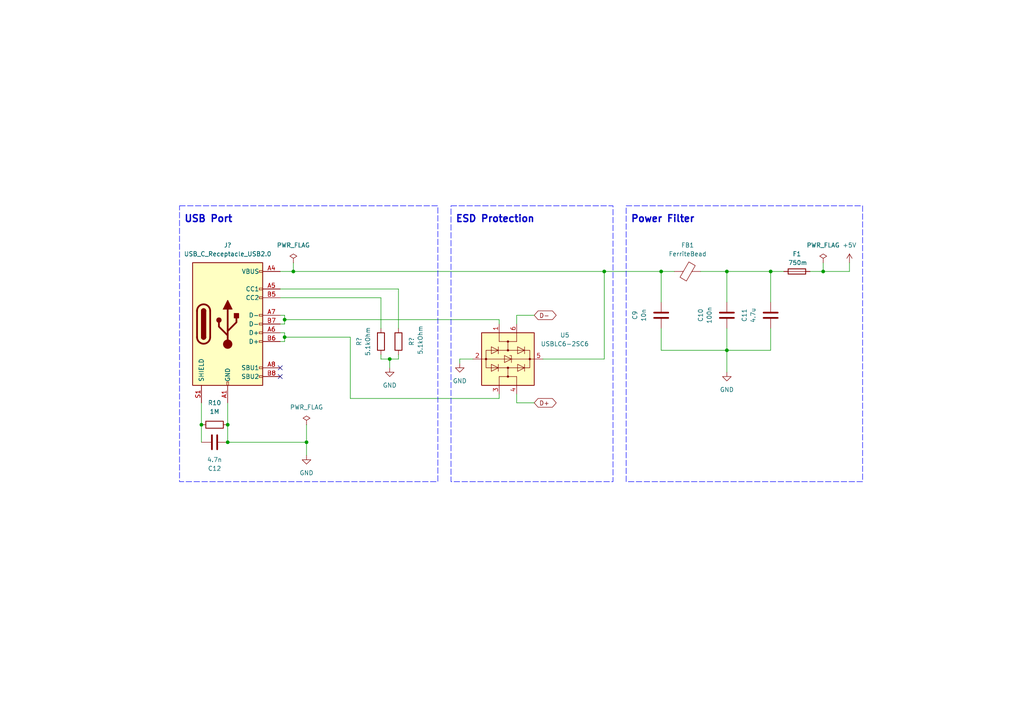
<source format=kicad_sch>
(kicad_sch (version 20230121) (generator eeschema)
  (paper "A4")
  (title_block (title "USB port"))
  (lib_symbols
    (symbol "Connector:USB_C_Receptacle_USB2.0" (pin_names (offset 1.016))
      (property "Reference" "J" (at -10.16 19.05 0))
      (property "Value" "USB_C_Receptacle_USB2.0" (at 19.05 19.05 0))
      (symbol "USB_C_Receptacle_USB2.0_0_0"
        (rectangle (start -0.254 -17.78) (end 0.254 -16.764))
        (rectangle (start 10.16 -14.986) (end 9.144 -15.494))
        (rectangle (start 10.16 -12.446) (end 9.144 -12.954))
        (rectangle (start 10.16 -4.826) (end 9.144 -5.334))
        (rectangle (start 10.16 -2.286) (end 9.144 -2.794))
        (rectangle (start 10.16 0.254) (end 9.144 -0.254))
        (rectangle (start 10.16 2.794) (end 9.144 2.286))
        (rectangle (start 10.16 7.874) (end 9.144 7.366))
        (rectangle (start 10.16 10.414) (end 9.144 9.906))
        (rectangle (start 10.16 15.494) (end 9.144 14.986))
      )
      (symbol "USB_C_Receptacle_USB2.0_0_1"
        (rectangle (start -10.16 17.78) (end 10.16 -17.78) (stroke (width 0.254)) (fill (type background)))
        (arc (start -8.89 -3.81) (mid -6.985 -5.7067) (end -5.08 -3.81) (stroke (width 0.508)))
        (arc (start -7.62 -3.81) (mid -6.985 -4.4423) (end -6.35 -3.81) (stroke (width 0.254)))
        (arc (start -7.62 -3.81) (mid -6.985 -4.4423) (end -6.35 -3.81) (stroke (width 0.254)) (fill (type outline)))
        (rectangle (start -7.62 -3.81) (end -6.35 3.81) (stroke (width 0.254)) (fill (type outline)))
        (arc (start -6.35 3.81) (mid -6.985 4.4423) (end -7.62 3.81) (stroke (width 0.254)))
        (arc (start -6.35 3.81) (mid -6.985 4.4423) (end -7.62 3.81) (stroke (width 0.254)) (fill (type outline)))
        (arc (start -5.08 3.81) (mid -6.985 5.7067) (end -8.89 3.81) (stroke (width 0.508)))
        (circle (center -2.54 1.143) (radius 0.635) (stroke (width 0.254)) (fill (type outline)))
        (circle (center 0 -5.842) (radius 1.27) (fill (type outline)))
        (polyline (pts (xy -8.89 -3.81) (xy -8.89 3.81)) (stroke (width 0.508)))
        (polyline (pts (xy -5.08 3.81) (xy -5.08 -3.81)) (stroke (width 0.508)))
        (polyline (pts (xy 0 -5.842) (xy 0 4.318)) (stroke (width 0.508)))
        (polyline (pts (xy 0 -3.302) (xy -2.54 -0.762) (xy -2.54 0.508)) (stroke (width 0.508)))
        (polyline (pts (xy 0 -2.032) (xy 2.54 0.508) (xy 2.54 1.778)) (stroke (width 0.508)))
        (polyline (pts (xy -1.27 4.318) (xy 0 6.858) (xy 1.27 4.318) (xy -1.27 4.318)) (stroke (width 0.254)) (fill (type outline)))
        (rectangle (start 1.905 1.778) (end 3.175 3.048) (stroke (width 0.254)) (fill (type outline)))
      )
      (symbol "USB_C_Receptacle_USB2.0_1_1"
        (pin passive line (at 0 -22.86 90) (length 5.08) (name "GND") (number "A1"))
        (pin passive line (at 0 -22.86 90) (length 5.08) hide (name "GND") (number "A12"))
        (pin passive line (at 15.24 15.24 180) (length 5.08) (name "VBUS") (number "A4"))
        (pin bidirectional line (at 15.24 10.16 180) (length 5.08) (name "CC1") (number "A5"))
        (pin bidirectional line (at 15.24 -2.54 180) (length 5.08) (name "D+") (number "A6"))
        (pin bidirectional line (at 15.24 2.54 180) (length 5.08) (name "D-") (number "A7"))
        (pin bidirectional line (at 15.24 -12.7 180) (length 5.08) (name "SBU1") (number "A8"))
        (pin passive line (at 15.24 15.24 180) (length 5.08) hide (name "VBUS") (number "A9"))
        (pin passive line (at 0 -22.86 90) (length 5.08) hide (name "GND") (number "B1"))
        (pin passive line (at 0 -22.86 90) (length 5.08) hide (name "GND") (number "B12"))
        (pin passive line (at 15.24 15.24 180) (length 5.08) hide (name "VBUS") (number "B4"))
        (pin bidirectional line (at 15.24 7.62 180) (length 5.08) (name "CC2") (number "B5"))
        (pin bidirectional line (at 15.24 -5.08 180) (length 5.08) (name "D+") (number "B6"))
        (pin bidirectional line (at 15.24 0 180) (length 5.08) (name "D-") (number "B7"))
        (pin bidirectional line (at 15.24 -15.24 180) (length 5.08) (name "SBU2") (number "B8"))
        (pin passive line (at 15.24 15.24 180) (length 5.08) hide (name "VBUS") (number "B9"))
        (pin passive line (at -7.62 -22.86 90) (length 5.08) (name "SHIELD") (number "S1"))
      )
    )
    (symbol "Device:C" (pin_numbers hide) (pin_names (offset 0.254))
      (property "Reference" "C" (at 0.635 2.54 0))
      (property "Value" "C" (at 0.635 -2.54 0))
      (symbol "C_0_1"
        (polyline (pts (xy -2.032 -0.762) (xy 2.032 -0.762)) (stroke (width 0.508)))
        (polyline (pts (xy -2.032 0.762) (xy 2.032 0.762)) (stroke (width 0.508)))
      )
      (symbol "C_1_1"
        (pin passive line (at 0 3.81 270) (length 2.794) (name "~") (number "1"))
        (pin passive line (at 0 -3.81 90) (length 2.794) (name "~") (number "2"))
      )
    )
    (symbol "Device:FerriteBead" (pin_numbers hide) (pin_names (offset 0))
      (property "Reference" "FB" (at -3.81 0.635 90))
      (property "Value" "FerriteBead" (at 3.81 0 90))
      (symbol "FerriteBead_0_1"
        (polyline (pts (xy 0 -1.27) (xy 0 -1.2192)))
        (polyline (pts (xy 0 1.27) (xy 0 1.2954)))
        (polyline (pts (xy -2.7686 0.4064) (xy -1.7018 2.2606) (xy 2.7686 -0.3048) (xy 1.6764 -2.159) (xy -2.7686 0.4064)))
      )
      (symbol "FerriteBead_1_1"
        (pin passive line (at 0 3.81 270) (length 2.54) (name "~") (number "1"))
        (pin passive line (at 0 -3.81 90) (length 2.54) (name "~") (number "2"))
      )
    )
    (symbol "Device:Fuse" (pin_numbers hide) (pin_names (offset 0))
      (property "Reference" "F" (at 2.032 0 90))
      (property "Value" "Fuse" (at -1.905 0 90))
      (symbol "Fuse_0_1"
        (rectangle (start -0.762 -2.54) (end 0.762 2.54) (stroke (width 0.254)))
        (polyline (pts (xy 0 2.54) (xy 0 -2.54)))
      )
      (symbol "Fuse_1_1"
        (pin passive line (at 0 3.81 270) (length 1.27) (name "~") (number "1"))
        (pin passive line (at 0 -3.81 90) (length 1.27) (name "~") (number "2"))
      )
    )
    (symbol "Device:R" (pin_numbers hide) (pin_names (offset 0))
      (property "Reference" "R" (at 2.032 0 90))
      (property "Value" "R" (at 0 0 90))
      (symbol "R_0_1"
        (rectangle (start -1.016 -2.54) (end 1.016 2.54) (stroke (width 0.254)))
      )
      (symbol "R_1_1"
        (pin passive line (at 0 3.81 270) (length 1.27) (name "~") (number "1"))
        (pin passive line (at 0 -3.81 90) (length 1.27) (name "~") (number "2"))
      )
    )
    (symbol "Power_Protection:USBLC6-2SC6" (pin_names hide)
      (property "Reference" "U" (at 2.54 8.89 0))
      (property "Value" "USBLC6-2SC6" (at 2.54 -8.89 0))
      (symbol "USBLC6-2SC6_0_1"
        (rectangle (start -7.62 -7.62) (end 7.62 7.62) (stroke (width 0.254)) (fill (type background)))
        (circle (center -5.08 0) (radius 0.254) (fill (type outline)))
        (circle (center -2.54 0) (radius 0.254) (fill (type outline)))
        (rectangle (start -2.54 6.35) (end 2.54 -6.35))
        (circle (center 0 -6.35) (radius 0.254) (fill (type outline)))
        (polyline (pts (xy -5.08 -2.54) (xy -7.62 -2.54)))
        (polyline (pts (xy -5.08 0) (xy -5.08 -2.54)))
        (polyline (pts (xy -5.08 2.54) (xy -7.62 2.54)))
        (polyline (pts (xy -1.524 -2.794) (xy -3.556 -2.794)))
        (polyline (pts (xy -1.524 4.826) (xy -3.556 4.826)))
        (polyline (pts (xy 0 -7.62) (xy 0 -6.35)))
        (polyline (pts (xy 0 -6.35) (xy 0 1.27)))
        (polyline (pts (xy 0 1.27) (xy 0 6.35)))
        (polyline (pts (xy 0 6.35) (xy 0 7.62)))
        (polyline (pts (xy 1.524 -2.794) (xy 3.556 -2.794)))
        (polyline (pts (xy 1.524 4.826) (xy 3.556 4.826)))
        (polyline (pts (xy 5.08 -2.54) (xy 7.62 -2.54)))
        (polyline (pts (xy 5.08 0) (xy 5.08 -2.54)))
        (polyline (pts (xy 5.08 2.54) (xy 7.62 2.54)))
        (polyline (pts (xy -2.54 0) (xy -5.08 0) (xy -5.08 2.54)))
        (polyline (pts (xy 2.54 0) (xy 5.08 0) (xy 5.08 2.54)))
        (polyline (pts (xy -3.556 -4.826) (xy -1.524 -4.826) (xy -2.54 -2.794) (xy -3.556 -4.826)))
        (polyline (pts (xy -3.556 2.794) (xy -1.524 2.794) (xy -2.54 4.826) (xy -3.556 2.794)))
        (polyline (pts (xy -1.016 -1.016) (xy 1.016 -1.016) (xy 0 1.016) (xy -1.016 -1.016)))
        (polyline (pts (xy 1.016 1.016) (xy 0.762 1.016) (xy -1.016 1.016) (xy -1.016 0.508)))
        (polyline (pts (xy 3.556 -4.826) (xy 1.524 -4.826) (xy 2.54 -2.794) (xy 3.556 -4.826)))
        (polyline (pts (xy 3.556 2.794) (xy 1.524 2.794) (xy 2.54 4.826) (xy 3.556 2.794)))
        (circle (center 0 6.35) (radius 0.254) (fill (type outline)))
        (circle (center 2.54 0) (radius 0.254) (fill (type outline)))
        (circle (center 5.08 0) (radius 0.254) (fill (type outline)))
      )
      (symbol "USBLC6-2SC6_1_1"
        (pin passive line (at -10.16 -2.54 0) (length 2.54) (name "I/O1") (number "1"))
        (pin passive line (at 0 -10.16 90) (length 2.54) (name "GND") (number "2"))
        (pin passive line (at 10.16 -2.54 180) (length 2.54) (name "I/O2") (number "3"))
        (pin passive line (at 10.16 2.54 180) (length 2.54) (name "I/O2") (number "4"))
        (pin passive line (at 0 10.16 270) (length 2.54) (name "VBUS") (number "5"))
        (pin passive line (at -10.16 2.54 0) (length 2.54) (name "I/O1") (number "6"))
      )
    )
    (symbol "power:+5V" (power) (pin_names (offset 0))
      (property "Value" "+5V" (at 0 3.556 0))
      (symbol "+5V_0_1"
        (polyline (pts (xy -0.762 1.27) (xy 0 2.54)))
        (polyline (pts (xy 0 0) (xy 0 2.54)))
        (polyline (pts (xy 0 2.54) (xy 0.762 1.27)))
      )
      (symbol "+5V_1_1"
        (pin power_in line (at 0 0 90) (length 0) hide (name "+5V") (number "1"))
      )
    )
    (symbol "power:GND" (power) (pin_names (offset 0))
      (property "Value" "GND" (at 0 -3.81 0))
      (symbol "GND_0_1"
        (polyline (pts (xy 0 0) (xy 0 -1.27) (xy 1.27 -1.27) (xy 0 -2.54) (xy -1.27 -1.27) (xy 0 -1.27)))
      )
      (symbol "GND_1_1"
        (pin power_in line (at 0 0 270) (length 0) hide (name "GND") (number "1"))
      )
    )
    (symbol "power:PWR_FLAG" (power) (pin_numbers hide) (pin_names (offset 0) hide)
      (property "Value" "PWR_FLAG" (at 0 3.81 0))
      (symbol "PWR_FLAG_0_0"
        (pin power_out line (at 0 0 90) (length 0) (name "pwr") (number "1"))
      )
      (symbol "PWR_FLAG_0_1"
        (polyline (pts (xy 0 0) (xy 0 1.27) (xy -1.016 1.905) (xy 0 2.54) (xy 1.016 1.905) (xy 0 1.27)))
      )
    )
  )
  (junction (at 66.04 128.27))
  (junction (at 82.55 97.79))
  (junction (at 191.77 78.74))
  (junction (at 113.03 104.14))
  (junction (at 210.82 78.74))
  (junction (at 82.55 92.71))
  (junction (at 88.9 128.27))
  (junction (at 58.42 123.19))
  (junction (at 223.52 78.74))
  (junction (at 238.76 78.74))
  (junction (at 175.26 78.74))
  (junction (at 85.09 78.74))
  (junction (at 210.82 101.6))
  (junction (at 66.04 123.19))
  (no_connect (at 81.28 106.68))
  (no_connect (at 81.28 109.22))
  (wire (pts (xy 210.82 95.25) (xy 210.82 101.6)))
  (wire (pts (xy 175.26 78.74) (xy 191.77 78.74)))
  (wire (pts (xy 223.52 78.74) (xy 210.82 78.74)))
  (wire (pts (xy 149.86 114.3) (xy 149.86 116.84)))
  (wire (pts (xy 85.09 78.74) (xy 81.28 78.74)))
  (wire (pts (xy 223.52 95.25) (xy 223.52 101.6)))
  (wire (pts (xy 82.55 93.98) (xy 82.55 92.71)))
  (wire (pts (xy 115.57 83.82) (xy 81.28 83.82)))
  (wire (pts (xy 157.48 104.14) (xy 175.26 104.14)))
  (wire (pts (xy 210.82 107.95) (xy 210.82 101.6)))
  (wire (pts (xy 110.49 102.87) (xy 110.49 104.14)))
  (wire (pts (xy 191.77 78.74) (xy 191.77 87.63)))
  (wire (pts (xy 154.94 91.44) (xy 149.86 91.44)))
  (wire (pts (xy 81.28 93.98) (xy 82.55 93.98)))
  (wire (pts (xy 149.86 91.44) (xy 149.86 93.98)))
  (wire (pts (xy 58.42 123.19) (xy 58.42 128.27)))
  (wire (pts (xy 144.78 115.57) (xy 101.6 115.57)))
  (wire (pts (xy 223.52 101.6) (xy 210.82 101.6)))
  (wire (pts (xy 110.49 86.36) (xy 81.28 86.36)))
  (wire (pts (xy 115.57 95.25) (xy 115.57 83.82)))
  (wire (pts (xy 191.77 101.6) (xy 210.82 101.6)))
  (wire (pts (xy 149.86 116.84) (xy 154.94 116.84)))
  (wire (pts (xy 144.78 92.71) (xy 82.55 92.71)))
  (wire (pts (xy 223.52 78.74) (xy 227.33 78.74)))
  (wire (pts (xy 110.49 95.25) (xy 110.49 86.36)))
  (wire (pts (xy 210.82 78.74) (xy 210.82 87.63)))
  (wire (pts (xy 81.28 91.44) (xy 82.55 91.44)))
  (wire (pts (xy 234.95 78.74) (xy 238.76 78.74)))
  (wire (pts (xy 110.49 104.14) (xy 113.03 104.14)))
  (wire (pts (xy 81.28 96.52) (xy 82.55 96.52)))
  (wire (pts (xy 115.57 104.14) (xy 115.57 102.87)))
  (wire (pts (xy 144.78 114.3) (xy 144.78 115.57)))
  (wire (pts (xy 81.28 99.06) (xy 82.55 99.06)))
  (wire (pts (xy 144.78 93.98) (xy 144.78 92.71)))
  (wire (pts (xy 175.26 104.14) (xy 175.26 78.74)))
  (wire (pts (xy 82.55 97.79) (xy 82.55 96.52)))
  (wire (pts (xy 66.04 116.84) (xy 66.04 123.19)))
  (wire (pts (xy 113.03 104.14) (xy 113.03 106.68)))
  (wire (pts (xy 85.09 78.74) (xy 175.26 78.74)))
  (wire (pts (xy 133.35 105.41) (xy 133.35 104.14)))
  (wire (pts (xy 101.6 115.57) (xy 101.6 97.79)))
  (wire (pts (xy 238.76 76.2) (xy 238.76 78.74)))
  (wire (pts (xy 58.42 116.84) (xy 58.42 123.19)))
  (wire (pts (xy 191.77 101.6) (xy 191.77 95.25)))
  (wire (pts (xy 223.52 87.63) (xy 223.52 78.74)))
  (wire (pts (xy 66.04 123.19) (xy 66.04 128.27)))
  (wire (pts (xy 88.9 128.27) (xy 66.04 128.27)))
  (wire (pts (xy 101.6 97.79) (xy 82.55 97.79)))
  (wire (pts (xy 203.2 78.74) (xy 210.82 78.74)))
  (wire (pts (xy 246.38 76.2) (xy 246.38 78.74)))
  (wire (pts (xy 82.55 92.71) (xy 82.55 91.44)))
  (wire (pts (xy 82.55 99.06) (xy 82.55 97.79)))
  (wire (pts (xy 238.76 78.74) (xy 246.38 78.74)))
  (wire (pts (xy 88.9 123.19) (xy 88.9 128.27)))
  (wire (pts (xy 113.03 104.14) (xy 115.57 104.14)))
  (wire (pts (xy 88.9 132.08) (xy 88.9 128.27)))
  (wire (pts (xy 133.35 104.14) (xy 137.16 104.14)))
  (wire (pts (xy 191.77 78.74) (xy 195.58 78.74)))
  (wire (pts (xy 85.09 76.2) (xy 85.09 78.74)))
  (rectangle (start 130.81 59.69) (end 177.8 139.7) (stroke (width 0) (type dash) (color 0 0 255 1)))
  (rectangle (start 52.07 59.69) (end 127 139.7) (stroke (width 0) (type dash) (color 0 0 255 1)))
  (rectangle (start 181.61 59.69) (end 250.19 139.7) (stroke (width 0) (type dash) (color 0 0 255 1)))
  (text "Power Filter" (at 182.88 64.77 0) (effects (font (size 2 2) bold) (justify left bottom)))
  (text "ESD Protection" (at 132.08 64.77 0) (effects (font (size 2 2) bold) (justify left bottom)))
  (text "USB Port" (at 53.34 64.77 0) (effects (font (size 2 2) bold) (justify left bottom)))
  (global_label "D-" (shape bidirectional) (at 154.94 91.44 0) (property "Intersheetrefs" "${INTERSHEET_REFS}" (effects hide)))
  (global_label "D+" (shape bidirectional) (at 154.94 116.84 0) (property "Intersheetrefs" "${INTERSHEET_REFS}" (effects hide)))
  (symbol (lib_id "Device:C") (at 223.52 91.44 0) (mirror x) (unit 1)
    (property "Reference" "C11" (at 215.9 91.44 90))
    (property "Value" "4.7u" (at 218.44 91.44 90))
    (property "Footprint" "Capacitor_SMD:C_0603_1608Metric" (effects hide))
  )
  (symbol (lib_id "power:GND") (at 210.82 107.95 0) (unit 1)
    (property "Reference" "#PWR?" (effects hide))
    (property "Value" "GND" (at 210.82 113.03 0))
    (instances (project "Computer Mouse" (path "" (reference "#PWR?") (unit 1)) (path "" (reference "#PWR023") (unit 1))))
  )
  (symbol (lib_id "power:GND") (at 133.35 105.41 0) (unit 1)
    (property "Reference" "#PWR?" (effects hide))
    (property "Value" "GND" (at 133.35 110.49 0))
    (instances (project "Computer Mouse" (path "" (reference "#PWR?") (unit 1)) (path "" (reference "#PWR021") (unit 1))))
  )
  (symbol (lib_id "Power_Protection:USBLC6-2SC6") (at 147.32 104.14 270) (unit 1)
    (property "Reference" "U5" (at 163.83 97.2119 90))
    (property "Value" "USBLC6-2SC6" (at 163.83 99.7519 90))
    (property "Footprint" "Package_TO_SOT_SMD:SOT-23-6" (effects hide))
    (property "Datasheet" "https://www.st.com/resource/en/datasheet/usblc6-2.pdf" (effects hide))
  )
  (symbol (lib_id "power:+5V") (at 246.38 76.2 0) (unit 1)
    (property "Reference" "#PWR020" (effects hide))
    (property "Value" "+5V" (at 246.38 71.12 0))
  )
  (symbol (lib_id "Device:C") (at 210.82 91.44 0) (mirror x) (unit 1)
    (property "Reference" "C10" (at 203.2 91.44 90))
    (property "Value" "100n" (at 205.74 91.44 90))
    (property "Footprint" "Capacitor_SMD:C_0805_2012Metric" (effects hide))
  )
  (symbol (lib_id "Device:R") (at 115.57 99.06 0) (unit 1)
    (property "Reference" "R?" (at 119.38 100.33 90) (effects (justify left)))
    (property "Value" "5.1kOhm" (at 121.92 102.87 90) (effects (justify left)))
    (property "Footprint" "Resistor_SMD:R_0603_1608Metric" (effects hide))
    (instances (project "Computer Mouse" (path "" (reference "R?") (unit 1)) (path "" (reference "R9") (unit 1))))
  )
  (symbol (lib_id "Connector:USB_C_Receptacle_USB2.0") (at 66.04 93.98 0) (unit 1)
    (property "Reference" "J?" (at 66.04 71.12 0))
    (property "Value" "USB_C_Receptacle_USB2.0" (at 66.04 73.66 0))
    (property "Footprint" "Connector_USB:USB_C_Receptacle_GCT_USB4105-xx-A_16P_TopMnt_Horizontal" (effects hide))
    (property "Datasheet" "https://www.usb.org/sites/default/files/documents/usb_type-c.zip" (effects hide))
    (instances (project "Computer Mouse" (path "" (reference "J?") (unit 1)) (path "" (reference "J2") (unit 1))))
  )
  (symbol (lib_id "Device:C") (at 191.77 91.44 0) (mirror x) (unit 1)
    (property "Reference" "C9" (at 184.15 91.44 90))
    (property "Value" "10n" (at 186.69 91.44 90))
    (property "Footprint" "Capacitor_SMD:C_0603_1608Metric" (effects hide))
  )
  (symbol (lib_id "Device:R") (at 110.49 99.06 0) (mirror y) (unit 1)
    (property "Reference" "R?" (at 104.14 99.06 90))
    (property "Value" "5.1kOhm" (at 106.68 99.06 90))
    (property "Footprint" "Resistor_SMD:R_0603_1608Metric" (effects hide))
    (instances (project "Computer Mouse" (path "" (reference "R?") (unit 1)) (path "" (reference "R8") (unit 1))))
  )
  (symbol (lib_id "power:PWR_FLAG") (at 88.9 123.19 0) (unit 1)
    (property "Reference" "#FLG04" (effects hide))
    (property "Value" "PWR_FLAG" (at 88.9 118.11 0))
  )
  (symbol (lib_id "Device:R") (at 62.23 123.19 270) (unit 1)
    (property "Reference" "R10" (at 62.23 116.84 90))
    (property "Value" "1M" (at 62.23 119.38 90))
    (property "Footprint" "Resistor_SMD:R_1206_3216Metric" (effects hide))
  )
  (symbol (lib_id "Device:C") (at 62.23 128.27 270) (mirror x) (unit 1)
    (property "Reference" "C12" (at 62.23 135.89 90))
    (property "Value" "4.7n" (at 62.23 133.35 90))
    (property "Footprint" "Capacitor_SMD:C_0805_2012Metric" (effects hide))
  )
  (symbol (lib_id "power:PWR_FLAG") (at 85.09 76.2 0) (unit 1)
    (property "Reference" "#FLG02" (effects hide))
    (property "Value" "PWR_FLAG" (at 85.09 71.12 0))
  )
  (symbol (lib_id "power:GND") (at 88.9 132.08 0) (unit 1)
    (property "Reference" "#PWR?" (effects hide))
    (property "Value" "GND" (at 88.9 137.16 0))
    (instances (project "Computer Mouse" (path "" (reference "#PWR?") (unit 1)) (path "" (reference "#PWR024") (unit 1))))
  )
  (symbol (lib_id "Device:Fuse") (at 231.14 78.74 270) (mirror x) (unit 1)
    (property "Reference" "F1" (at 229.87 73.66 90) (effects (justify left)))
    (property "Value" "750m" (at 228.6 76.2 90) (effects (justify left)))
    (property "Footprint" "Fuse:Fuse_0402_1005Metric" (effects hide))
  )
  (symbol (lib_id "power:PWR_FLAG") (at 238.76 76.2 0) (unit 1)
    (property "Reference" "#FLG03" (effects hide))
    (property "Value" "PWR_FLAG" (at 238.76 71.12 0))
  )
  (symbol (lib_id "Device:FerriteBead") (at 199.39 78.74 270) (unit 1)
    (property "Reference" "FB1" (at 199.4408 71.12 90))
    (property "Value" "FerriteBead" (at 199.4408 73.66 90))
    (property "Footprint" "Capacitor_SMD:C_2220_5650Metric" (effects hide))
  )
  (symbol (lib_id "power:GND") (at 113.03 106.68 0) (unit 1)
    (property "Reference" "#PWR?" (effects hide))
    (property "Value" "GND" (at 113.03 111.76 0))
    (instances (project "Computer Mouse" (path "" (reference "#PWR?") (unit 1)) (path "" (reference "#PWR022") (unit 1))))
  )
)
</source>
